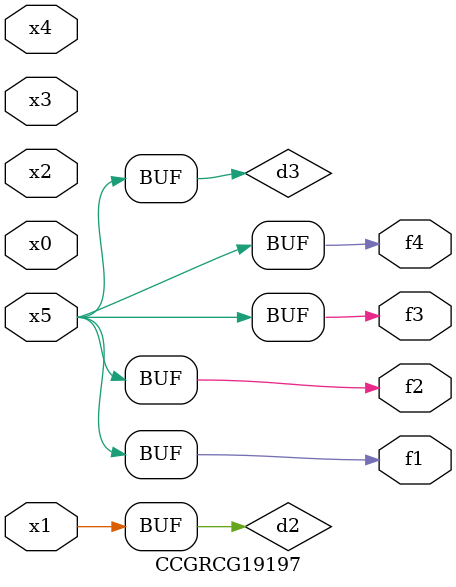
<source format=v>
module CCGRCG19197(
	input x0, x1, x2, x3, x4, x5,
	output f1, f2, f3, f4
);

	wire d1, d2, d3;

	not (d1, x5);
	or (d2, x1);
	xnor (d3, d1);
	assign f1 = d3;
	assign f2 = d3;
	assign f3 = d3;
	assign f4 = d3;
endmodule

</source>
